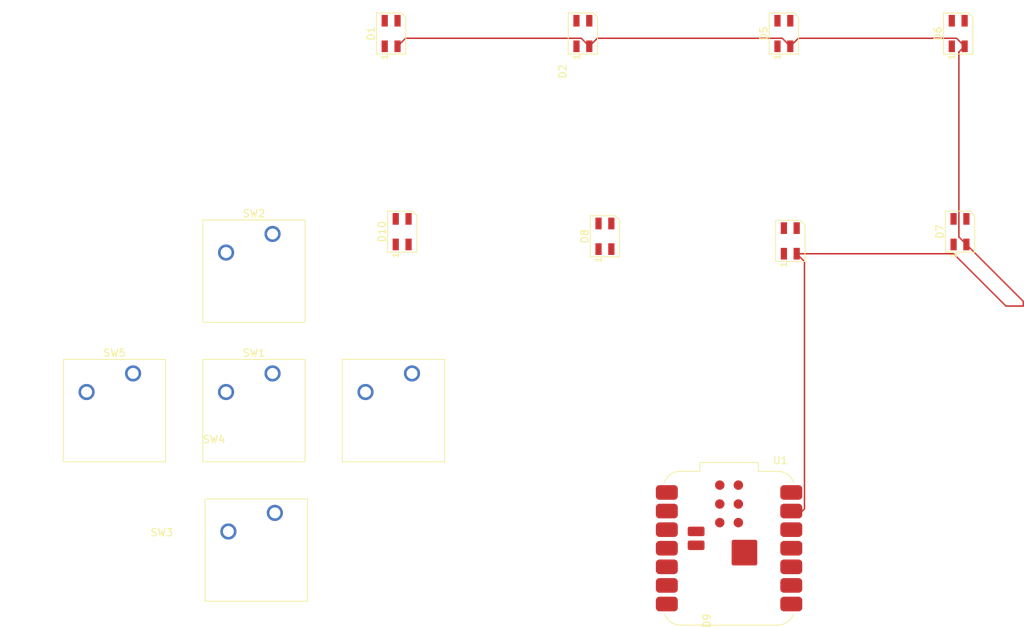
<source format=kicad_pcb>
(kicad_pcb (version 20241229) (generator "pcbnew") (generator_version "9.0")
  (layers (0 "F.Cu" signal) (2 "B.Cu" signal) (13 "F.Paste" user) (15 "B.Paste" user) (5 "F.SilkS" user "F.Silkscreen") (7 "B.SilkS" user "B.Silkscreen") (1 "F.Mask" user) (3 "B.Mask" user) (25 "Edge.Cuts" user))
  (net 0 "")
  (net 2 "Net-(D1-VDD)")
  (net 3 "GND")
  (net 4 "Net-(D1-DIN)")
  (net 5 "Net-(D2-DOUT)")
  (net 6 "Net-(D2-DIN)")
  (net 7 "Net-(D5-DOUT)")
  (net 8 "Net-(D6-DOUT)")
  (net 9 "Net-(D7-DOUT)")
  (net 10 "Net-(D8-DOUT)")
  (net 11 "Net-(D10-DIN)")
  (net 12 "+5V")
  (net 13 "Net-(U1-GPIO3{slash}MOSI)")
  (net 14 "Net-(U1-GPIO1{slash}RX)")
  (net 15 "Net-(U1-GPIO2{slash}SCK)")
  (net 16 "Net-(U1-GPIO0{slash}TX)")
  (net 17 "Net-(U1-GPIO4{slash}MISO)")
  (footprint "Button_Switch_Keyboard:SW_Cherry_MX_1.00u_PCB" (layer "F.Cu") (at 133.19125 73.50125)
    (property "Reference" "SW3" (at -34.185 21.726 0) (layer "F.SilkS"))
    (property "Value" "SW_Push")
    (fp_line (start -9.525 -1.905) (end 4.445 -1.905) (stroke (width 0.12)) (layer "F.SilkS"))
    (fp_line (start -9.525 12.065) (end -9.525 -1.905) (stroke (width 0.12)) (layer "F.SilkS"))
    (fp_line (start 4.445 -1.905) (end 4.445 12.065) (stroke (width 0.12)) (layer "F.SilkS"))
    (fp_line (start 4.445 12.065) (end -9.525 12.065) (stroke (width 0.12)) (layer "F.SilkS"))
    (pad "" np_thru_hole circle (at -7.62 5.08) (size 1.7 1.7) (drill 1.7) (layers "*.Cu" "*.Mask"))
    (pad "" np_thru_hole circle (at -2.54 5.08) (size 4 4) (drill 4) (layers "*.Cu" "*.Mask"))
    (pad "" np_thru_hole circle (at 2.54 5.08) (size 1.7 1.7) (drill 1.7) (layers "*.Cu" "*.Mask"))
    (pad "1" thru_hole circle (at 0 0) (size 2.2 2.2) (drill 1.5) (layers "*.Cu" "*.Mask") (net 3 "GND"))
    (pad "2" thru_hole circle (at -6.35 2.54) (size 2.2 2.2) (drill 1.5) (layers "*.Cu" "*.Mask") (net 15 "Net-(U1-GPIO2{slash}SCK)"))
  )
  (footprint "Button_Switch_Keyboard:SW_Cherry_MX_1.00u_PCB" (layer "F.Cu") (at 114.14125 54.45125)
    (property "Reference" "SW2" (at -2.54 -2.794 0) (layer "F.SilkS"))
    (property "Value" "SW_Push")
    (fp_line (start -9.525 -1.905) (end 4.445 -1.905) (stroke (width 0.12)) (layer "F.SilkS"))
    (fp_line (start -9.525 12.065) (end -9.525 -1.905) (stroke (width 0.12)) (layer "F.SilkS"))
    (fp_line (start 4.445 -1.905) (end 4.445 12.065) (stroke (width 0.12)) (layer "F.SilkS"))
    (fp_line (start 4.445 12.065) (end -9.525 12.065) (stroke (width 0.12)) (layer "F.SilkS"))
    (pad "" np_thru_hole circle (at -7.62 5.08) (size 1.7 1.7) (drill 1.7) (layers "*.Cu" "*.Mask"))
    (pad "" np_thru_hole circle (at -2.54 5.08) (size 4 4) (drill 4) (layers "*.Cu" "*.Mask"))
    (pad "" np_thru_hole circle (at 2.54 5.08) (size 1.7 1.7) (drill 1.7) (layers "*.Cu" "*.Mask"))
    (pad "1" thru_hole circle (at 0 0) (size 2.2 2.2) (drill 1.5) (layers "*.Cu" "*.Mask") (net 3 "GND"))
    (pad "2" thru_hole circle (at -6.35 2.54) (size 2.2 2.2) (drill 1.5) (layers "*.Cu" "*.Mask") (net 14 "Net-(U1-GPIO1{slash}RX)"))
  )
  (footprint "LED_SMD:LED_SK6812MINI_PLCC4_3.5x3.5mm_P1.75mm" (layer "F.Cu") (at 207.8 27.06875 90)
    (property "Reference" "D6" (at 0 -2.75 90) (layer "F.SilkS"))
    (property "Value" "SK6812MINI")
    (fp_line (start -2.8 -2) (end 2.8 -2) (stroke (width 0.12)) (layer "F.SilkS"))
    (fp_line (start -2.8 -2) (end -2.8 2) (stroke (width 0.12)) (layer "F.SilkS"))
    (fp_line (start 2.8 1.4) (end 2.8 -2) (stroke (width 0.12)) (layer "F.SilkS"))
    (fp_line (start 2.8 1.4) (end 2.2 2) (stroke (width 0.12)) (layer "F.SilkS"))
    (fp_line (start -2.8 2) (end 2.2 2) (stroke (width 0.12)) (layer "F.SilkS"))
    (fp_text user "1" (at -3.2 -0.875 90) (layer "F.SilkS") (effects (font (size 0.8 0.8))))
    (pad "1" smd rect (at -1.75 -0.875 90) (size 1.6 0.85) (layers "F.Cu" "F.Mask" "F.Paste") (net 8 "Net-(D6-DOUT)"))
    (pad "2" smd rect (at -1.75 0.875 90) (size 1.6 0.85) (layers "F.Cu" "F.Mask" "F.Paste") (net 3 "GND"))
    (pad "3" smd rect (at 1.75 0.875 90) (size 1.6 0.85) (layers "F.Cu" "F.Mask" "F.Paste") (net 7 "Net-(D5-DOUT)"))
    (pad "4" smd rect (at 1.75 -0.875 90) (size 1.6 0.85) (layers "F.Cu" "F.Mask" "F.Paste") (net 2 "Net-(D1-VDD)"))
  )
  (footprint "LED_SMD:LED_SK6812MINI_PLCC4_3.5x3.5mm_P1.75mm" (layer "F.Cu") (at 156.53125 27.06875 90)
    (property "Reference" "D2" (at -5.18625 -2.75 90) (layer "F.SilkS"))
    (property "Value" "SK6812MINI")
    (fp_line (start -2.8 -2) (end 2.8 -2) (stroke (width 0.12)) (layer "F.SilkS"))
    (fp_line (start -2.8 -2) (end -2.8 2) (stroke (width 0.12)) (layer "F.SilkS"))
    (fp_line (start 2.8 1.4) (end 2.8 -2) (stroke (width 0.12)) (layer "F.SilkS"))
    (fp_line (start 2.8 1.4) (end 2.2 2) (stroke (width 0.12)) (layer "F.SilkS"))
    (fp_line (start -2.8 2) (end 2.2 2) (stroke (width 0.12)) (layer "F.SilkS"))
    (fp_text user "1" (at -3.2 -0.875 90) (layer "F.SilkS") (effects (font (size 0.8 0.8))))
    (pad "1" smd rect (at -1.75 -0.875 90) (size 1.6 0.85) (layers "F.Cu" "F.Mask" "F.Paste") (net 5 "Net-(D2-DOUT)"))
    (pad "2" smd rect (at -1.75 0.875 90) (size 1.6 0.85) (layers "F.Cu" "F.Mask" "F.Paste") (net 3 "GND"))
    (pad "3" smd rect (at 1.75 0.875 90) (size 1.6 0.85) (layers "F.Cu" "F.Mask" "F.Paste") (net 6 "Net-(D2-DIN)"))
    (pad "4" smd rect (at 1.75 -0.875 90) (size 1.6 0.85) (layers "F.Cu" "F.Mask" "F.Paste") (net 2 "Net-(D1-VDD)"))
  )
  (footprint "LED_SMD:LED_SK6812MINI_PLCC4_3.5x3.5mm_P1.75mm" (layer "F.Cu") (at 131.84375 54.1375 90)
    (property "Reference" "D10" (at 0 -2.75 90) (layer "F.SilkS"))
    (property "Value" "SK6812MINI")
    (fp_line (start -2.8 -2) (end 2.8 -2) (stroke (width 0.12)) (layer "F.SilkS"))
    (fp_line (start -2.8 -2) (end -2.8 2) (stroke (width 0.12)) (layer "F.SilkS"))
    (fp_line (start 2.8 1.4) (end 2.8 -2) (stroke (width 0.12)) (layer "F.SilkS"))
    (fp_line (start 2.8 1.4) (end 2.2 2) (stroke (width 0.12)) (layer "F.SilkS"))
    (fp_line (start -2.8 2) (end 2.2 2) (stroke (width 0.12)) (layer "F.SilkS"))
    (fp_text user "1" (at -3.2 -0.875 90) (layer "F.SilkS") (effects (font (size 0.8 0.8))))
    (pad "1" smd rect (at -1.75 -0.875 90) (size 1.6 0.85) (layers "F.Cu" "F.Mask" "F.Paste") (net 4 "Net-(D1-DIN)"))
    (pad "2" smd rect (at -1.75 0.875 90) (size 1.6 0.85) (layers "F.Cu" "F.Mask" "F.Paste") (net 3 "GND"))
    (pad "3" smd rect (at 1.75 0.875 90) (size 1.6 0.85) (layers "F.Cu" "F.Mask" "F.Paste") (net 11 "Net-(D10-DIN)"))
    (pad "4" smd rect (at 1.75 -0.875 90) (size 1.6 0.85) (layers "F.Cu" "F.Mask" "F.Paste") (net 12 "+5V"))
  )
  (footprint "LED_SMD:LED_SK6812MINI_PLCC4_3.5x3.5mm_P1.75mm" (layer "F.Cu") (at 184.8625 55.4 90)
    (property "Reference" "D9" (at -51.9 -11.4 90) (layer "F.SilkS"))
    (property "Value" "SK6812MINI")
    (fp_line (start -2.8 -2) (end 2.8 -2) (stroke (width 0.12)) (layer "F.SilkS"))
    (fp_line (start -2.8 -2) (end -2.8 2) (stroke (width 0.12)) (layer "F.SilkS"))
    (fp_line (start 2.8 1.4) (end 2.8 -2) (stroke (width 0.12)) (layer "F.SilkS"))
    (fp_line (start 2.8 1.4) (end 2.2 2) (stroke (width 0.12)) (layer "F.SilkS"))
    (fp_line (start -2.8 2) (end 2.2 2) (stroke (width 0.12)) (layer "F.SilkS"))
    (fp_text user "1" (at -3.2 -0.875 90) (layer "F.SilkS") (effects (font (size 0.8 0.8))))
    (pad "1" smd rect (at -1.75 -0.875 90) (size 1.6 0.85) (layers "F.Cu" "F.Mask" "F.Paste") (net 11 "Net-(D10-DIN)"))
    (pad "2" smd rect (at -1.75 0.875 90) (size 1.6 0.85) (layers "F.Cu" "F.Mask" "F.Paste") (net 3 "GND"))
    (pad "3" smd rect (at 1.75 0.875 90) (size 1.6 0.85) (layers "F.Cu" "F.Mask" "F.Paste") (net 10 "Net-(D8-DOUT)"))
    (pad "4" smd rect (at 1.75 -0.875 90) (size 1.6 0.85) (layers "F.Cu" "F.Mask" "F.Paste") (net 12 "+5V"))
  )
  (footprint "Button_Switch_Keyboard:SW_Cherry_MX_1.00u_PCB" (layer "F.Cu") (at 114.45875 92.55125)
    (property "Reference" "SW4" (at -8.30875 -10.03275 0) (layer "F.SilkS"))
    (property "Value" "SW_Push")
    (fp_line (start -9.525 -1.905) (end 4.445 -1.905) (stroke (width 0.12)) (layer "F.SilkS"))
    (fp_line (start -9.525 12.065) (end -9.525 -1.905) (stroke (width 0.12)) (layer "F.SilkS"))
    (fp_line (start 4.445 -1.905) (end 4.445 12.065) (stroke (width 0.12)) (layer "F.SilkS"))
    (fp_line (start 4.445 12.065) (end -9.525 12.065) (stroke (width 0.12)) (layer "F.SilkS"))
    (pad "" np_thru_hole circle (at -7.62 5.08) (size 1.7 1.7) (drill 1.7) (layers "*.Cu" "*.Mask"))
    (pad "" np_thru_hole circle (at -2.54 5.08) (size 4 4) (drill 4) (layers "*.Cu" "*.Mask"))
    (pad "" np_thru_hole circle (at 2.54 5.08) (size 1.7 1.7) (drill 1.7) (layers "*.Cu" "*.Mask"))
    (pad "1" thru_hole circle (at 0 0) (size 2.2 2.2) (drill 1.5) (layers "*.Cu" "*.Mask") (net 3 "GND"))
    (pad "2" thru_hole circle (at -6.35 2.54) (size 2.2 2.2) (drill 1.5) (layers "*.Cu" "*.Mask") (net 16 "Net-(U1-GPIO0{slash}TX)"))
  )
  (footprint "LED_SMD:LED_SK6812MINI_PLCC4_3.5x3.5mm_P1.75mm" (layer "F.Cu") (at 208.04375 54.1375 90)
    (property "Reference" "D7" (at 0 -2.75 90) (layer "F.SilkS"))
    (property "Value" "SK6812MINI")
    (fp_line (start -2.8 -2) (end 2.8 -2) (stroke (width 0.12)) (layer "F.SilkS"))
    (fp_line (start -2.8 -2) (end -2.8 2) (stroke (width 0.12)) (layer "F.SilkS"))
    (fp_line (start 2.8 1.4) (end 2.8 -2) (stroke (width 0.12)) (layer "F.SilkS"))
    (fp_line (start 2.8 1.4) (end 2.2 2) (stroke (width 0.12)) (layer "F.SilkS"))
    (fp_line (start -2.8 2) (end 2.2 2) (stroke (width 0.12)) (layer "F.SilkS"))
    (fp_text user "1" (at -3.2 -0.875 90) (layer "F.SilkS") (effects (font (size 0.8 0.8))))
    (pad "1" smd rect (at -1.75 -0.875 90) (size 1.6 0.85) (layers "F.Cu" "F.Mask" "F.Paste") (net 9 "Net-(D7-DOUT)"))
    (pad "2" smd rect (at -1.75 0.875 90) (size 1.6 0.85) (layers "F.Cu" "F.Mask" "F.Paste") (net 3 "GND"))
    (pad "3" smd rect (at 1.75 0.875 90) (size 1.6 0.85) (layers "F.Cu" "F.Mask" "F.Paste") (net 8 "Net-(D6-DOUT)"))
    (pad "4" smd rect (at 1.75 -0.875 90) (size 1.6 0.85) (layers "F.Cu" "F.Mask" "F.Paste") (net 2 "Net-(D1-VDD)"))
  )
  (footprint "Button_Switch_Keyboard:SW_Cherry_MX_1.00u_PCB" (layer "F.Cu") (at 95.09125 73.50125)
    (property "Reference" "SW5" (at -2.54 -2.794 0) (layer "F.SilkS"))
    (property "Value" "SW_Push")
    (fp_line (start -9.525 -1.905) (end 4.445 -1.905) (stroke (width 0.12)) (layer "F.SilkS"))
    (fp_line (start -9.525 12.065) (end -9.525 -1.905) (stroke (width 0.12)) (layer "F.SilkS"))
    (fp_line (start 4.445 -1.905) (end 4.445 12.065) (stroke (width 0.12)) (layer "F.SilkS"))
    (fp_line (start 4.445 12.065) (end -9.525 12.065) (stroke (width 0.12)) (layer "F.SilkS"))
    (pad "" np_thru_hole circle (at -7.62 5.08) (size 1.7 1.7) (drill 1.7) (layers "*.Cu" "*.Mask"))
    (pad "" np_thru_hole circle (at -2.54 5.08) (size 4 4) (drill 4) (layers "*.Cu" "*.Mask"))
    (pad "" np_thru_hole circle (at 2.54 5.08) (size 1.7 1.7) (drill 1.7) (layers "*.Cu" "*.Mask"))
    (pad "1" thru_hole circle (at 0 0) (size 2.2 2.2) (drill 1.5) (layers "*.Cu" "*.Mask") (net 3 "GND"))
    (pad "2" thru_hole circle (at -6.35 2.54) (size 2.2 2.2) (drill 1.5) (layers "*.Cu" "*.Mask") (net 17 "Net-(U1-GPIO4{slash}MISO)"))
  )
  (footprint "LED_SMD:LED_SK6812MINI_PLCC4_3.5x3.5mm_P1.75mm" (layer "F.Cu") (at 159.54375 54.76875 90)
    (property "Reference" "D8" (at 0 -2.75 90) (layer "F.SilkS"))
    (property "Value" "SK6812MINI")
    (fp_line (start -2.8 -2) (end 2.8 -2) (stroke (width 0.12)) (layer "F.SilkS"))
    (fp_line (start -2.8 -2) (end -2.8 2) (stroke (width 0.12)) (layer "F.SilkS"))
    (fp_line (start 2.8 1.4) (end 2.8 -2) (stroke (width 0.12)) (layer "F.SilkS"))
    (fp_line (start 2.8 1.4) (end 2.2 2) (stroke (width 0.12)) (layer "F.SilkS"))
    (fp_line (start -2.8 2) (end 2.2 2) (stroke (width 0.12)) (layer "F.SilkS"))
    (fp_text user "1" (at -3.2 -0.875 90) (layer "F.SilkS") (effects (font (size 0.8 0.8))))
    (pad "1" smd rect (at -1.75 -0.875 90) (size 1.6 0.85) (layers "F.Cu" "F.Mask" "F.Paste") (net 10 "Net-(D8-DOUT)"))
    (pad "2" smd rect (at -1.75 0.875 90) (size 1.6 0.85) (layers "F.Cu" "F.Mask" "F.Paste") (net 3 "GND"))
    (pad "3" smd rect (at 1.75 0.875 90) (size 1.6 0.85) (layers "F.Cu" "F.Mask" "F.Paste") (net 9 "Net-(D7-DOUT)"))
    (pad "4" smd rect (at 1.75 -0.875 90) (size 1.6 0.85) (layers "F.Cu" "F.Mask" "F.Paste") (net 2 "Net-(D1-VDD)"))
  )
  (footprint "RF_Module:MCU_Seeed_ESP32C3" (layer "F.Cu") (at 176.5 97.38)
    (property "Reference" "U1" (at 7 -12 0) (layer "F.SilkS"))
    (property "Value" "XIAO-RP2040-DIP")
    (fp_line (start -6.7 10.5) (end 6.7 10.5) (stroke (width 0.12)) (layer "F.SilkS"))
    (fp_line (start -4 -11.7) (end 4 -11.7) (stroke (width 0.12)) (layer "F.SilkS"))
    (fp_line (start -4 -10.5) (end -6.6 -10.5) (stroke (width 0.12)) (layer "F.SilkS"))
    (fp_line (start -4 -10.5) (end -4 -11.7) (stroke (width 0.12)) (layer "F.SilkS"))
    (fp_line (start 4 -11.7) (end 4 -10.5) (stroke (width 0.12)) (layer "F.SilkS"))
    (fp_line (start 6.6 -10.5) (end 4 -10.5) (stroke (width 0.12)) (layer "F.SilkS"))
    (fp_arc (start -8.812892 -9.00468) (mid -7.949609 -10.111769) (end -6.600468 -10.499999) (stroke (width 0.12)) (layer "F.SilkS"))
    (fp_arc (start -6.7 10.5) (mid -7.977232 10.068125) (end -8.8 9) (stroke (width 0.12)) (layer "F.SilkS"))
    (fp_arc (start 6.6 -10.499999) (mid 7.944325 -10.107116) (end 8.804034 -9.001464) (stroke (width 0.12)) (layer "F.SilkS"))
    (fp_arc (start 8.8 9) (mid 7.977232 10.068125) (end 6.7 10.5) (stroke (width 0.12)) (layer "F.SilkS"))
    (pad "1" smd roundrect (at -8.5 -7.62) (size 3 2) (layers "F.Cu" "F.Mask" "F.Paste"))
    (pad "2" smd roundrect (at -8.5 -5.08) (size 3 2) (layers "F.Cu" "F.Mask" "F.Paste"))
    (pad "3" smd roundrect (at -8.5 -2.54) (size 3 2) (layers "F.Cu" "F.Mask" "F.Paste"))
    (pad "4" smd roundrect (at -8.5 0) (size 3 2) (layers "F.Cu" "F.Mask" "F.Paste"))
    (pad "5" smd roundrect (at -8.5 2.54) (size 3 2) (layers "F.Cu" "F.Mask" "F.Paste") (net 6 "Net-(D2-DIN)"))
    (pad "6" smd roundrect (at -8.5 5.08) (size 3 2) (layers "F.Cu" "F.Mask" "F.Paste"))
    (pad "7" smd roundrect (at -8.5 7.62) (size 3 2) (layers "F.Cu" "F.Mask" "F.Paste") (net 16 "Net-(U1-GPIO0{slash}TX)"))
    (pad "8" smd roundrect (at 8.5 7.62) (size 3 2) (layers "F.Cu" "F.Mask" "F.Paste") (net 14 "Net-(U1-GPIO1{slash}RX)"))
    (pad "9" smd roundrect (at 8.5 5.08) (size 3 2) (layers "F.Cu" "F.Mask" "F.Paste") (net 15 "Net-(U1-GPIO2{slash}SCK)"))
    (pad "10" smd roundrect (at 8.5 2.54) (size 3 2) (layers "F.Cu" "F.Mask" "F.Paste") (net 17 "Net-(U1-GPIO4{slash}MISO)"))
    (pad "11" smd roundrect (at 8.5 0) (size 3 2) (layers "F.Cu" "F.Mask" "F.Paste") (net 13 "Net-(U1-GPIO3{slash}MOSI)"))
    (pad "12" smd roundrect (at 8.5 -2.54) (size 3 2) (layers "F.Cu" "F.Mask" "F.Paste"))
    (pad "13" smd roundrect (at 8.5 -5.08) (size 3 2) (layers "F.Cu" "F.Mask" "F.Paste") (net 3 "GND"))
    (pad "14" smd roundrect (at 8.5 -7.62) (size 3 2) (layers "F.Cu" "F.Mask" "F.Paste") (net 12 "+5V"))
    (pad "15" smd roundrect (at 2.1 0.6) (size 3.5 3.5) (property pad_prop_heatsink) (layers "F.Cu" "F.Mask") (roundrect_rratio 0.07142857143))
    (pad "16" smd roundrect (at -4.5 -0.4) (size 2.3 1.3) (layers "F.Cu" "F.Mask" "F.Paste") (roundrect_rratio 0.1923076923))
    (pad "17" smd roundrect (at -4.5 -2.3) (size 2.3 1.3) (layers "F.Cu" "F.Mask" "F.Paste") (roundrect_rratio 0.1923076923))
    (pad "18" smd circle (at -1.27 -8.62) (size 1.3 1.3) (layers "F.Cu" "F.Mask" "F.Paste"))
    (pad "19" smd circle (at -1.27 -6.04) (size 1.3 1.3) (layers "F.Cu" "F.Mask" "F.Paste"))
    (pad "20" smd circle (at -1.27 -3.5) (size 1.3 1.3) (layers "F.Cu" "F.Mask" "F.Paste"))
    (pad "21" smd circle (at 1.27 -3.5) (size 1.3 1.3) (layers "F.Cu" "F.Mask" "F.Paste"))
    (pad "22" smd circle (at 1.27 -6.04) (size 1.3 1.3) (layers "F.Cu" "F.Mask" "F.Paste"))
    (pad "23" smd circle (at 1.27 -8.62) (size 1.3 1.3) (layers "F.Cu" "F.Mask" "F.Paste"))
  )
  (footprint "LED_SMD:LED_SK6812MINI_PLCC4_3.5x3.5mm_P1.75mm" (layer "F.Cu") (at 130.3375 27.06875 90)
    (property "Reference" "D1" (at 0 -2.75 90) (layer "F.SilkS"))
    (property "Value" "SK6812MINI")
    (fp_line (start -2.8 -2) (end 2.8 -2) (stroke (width 0.12)) (layer "F.SilkS"))
    (fp_line (start -2.8 -2) (end -2.8 2) (stroke (width 0.12)) (layer "F.SilkS"))
    (fp_line (start 2.8 1.4) (end 2.8 -2) (stroke (width 0.12)) (layer "F.SilkS"))
    (fp_line (start 2.8 1.4) (end 2.2 2) (stroke (width 0.12)) (layer "F.SilkS"))
    (fp_line (start -2.8 2) (end 2.2 2) (stroke (width 0.12)) (layer "F.SilkS"))
    (fp_text user "1" (at -3.2 -0.875 90) (layer "F.SilkS") (effects (font (size 0.8 0.8))))
    (pad "1" smd rect (at -1.75 -0.875 90) (size 1.6 0.85) (layers "F.Cu" "F.Mask" "F.Paste"))
    (pad "2" smd rect (at -1.75 0.875 90) (size 1.6 0.85) (layers "F.Cu" "F.Mask" "F.Paste") (net 3 "GND"))
    (pad "3" smd rect (at 1.75 0.875 90) (size 1.6 0.85) (layers "F.Cu" "F.Mask" "F.Paste") (net 4 "Net-(D1-DIN)"))
    (pad "4" smd rect (at 1.75 -0.875 90) (size 1.6 0.85) (layers "F.Cu" "F.Mask" "F.Paste") (net 2 "Net-(D1-VDD)"))
  )
  (footprint "Button_Switch_Keyboard:SW_Cherry_MX_1.00u_PCB" (layer "F.Cu") (at 114.14125 73.50125)
    (property "Reference" "SW1" (at -2.54 -2.794 0) (layer "F.SilkS"))
    (property "Value" "SW_Push")
    (fp_line (start -9.525 -1.905) (end 4.445 -1.905) (stroke (width 0.12)) (layer "F.SilkS"))
    (fp_line (start -9.525 12.065) (end -9.525 -1.905) (stroke (width 0.12)) (layer "F.SilkS"))
    (fp_line (start 4.445 -1.905) (end 4.445 12.065) (stroke (width 0.12)) (layer "F.SilkS"))
    (fp_line (start 4.445 12.065) (end -9.525 12.065) (stroke (width 0.12)) (layer "F.SilkS"))
    (pad "" np_thru_hole circle (at -7.62 5.08) (size 1.7 1.7) (drill 1.7) (layers "*.Cu" "*.Mask"))
    (pad "" np_thru_hole circle (at -2.54 5.08) (size 4 4) (drill 4) (layers "*.Cu" "*.Mask"))
    (pad "" np_thru_hole circle (at 2.54 5.08) (size 1.7 1.7) (drill 1.7) (layers "*.Cu" "*.Mask"))
    (pad "1" thru_hole circle (at 0 0) (size 2.2 2.2) (drill 1.5) (layers "*.Cu" "*.Mask") (net 3 "GND"))
    (pad "2" thru_hole circle (at -6.35 2.54) (size 2.2 2.2) (drill 1.5) (layers "*.Cu" "*.Mask") (net 13 "Net-(U1-GPIO3{slash}MOSI)"))
  )
  (footprint "LED_SMD:LED_SK6812MINI_PLCC4_3.5x3.5mm_P1.75mm" (layer "F.Cu") (at 183.9875 27.06875 90)
    (property "Reference" "D5" (at 0 -2.75 90) (layer "F.SilkS"))
    (property "Value" "SK6812MINI")
    (fp_line (start -2.8 -2) (end 2.8 -2) (stroke (width 0.12)) (layer "F.SilkS"))
    (fp_line (start -2.8 -2) (end -2.8 2) (stroke (width 0.12)) (layer "F.SilkS"))
    (fp_line (start 2.8 1.4) (end 2.8 -2) (stroke (width 0.12)) (layer "F.SilkS"))
    (fp_line (start 2.8 1.4) (end 2.2 2) (stroke (width 0.12)) (layer "F.SilkS"))
    (fp_line (start -2.8 2) (end 2.2 2) (stroke (width 0.12)) (layer "F.SilkS"))
    (fp_text user "1" (at -3.2 -0.875 90) (layer "F.SilkS") (effects (font (size 0.8 0.8))))
    (pad "1" smd rect (at -1.75 -0.875 90) (size 1.6 0.85) (layers "F.Cu" "F.Mask" "F.Paste") (net 7 "Net-(D5-DOUT)"))
    (pad "2" smd rect (at -1.75 0.875 90) (size 1.6 0.85) (layers "F.Cu" "F.Mask" "F.Paste") (net 3 "GND"))
    (pad "3" smd rect (at 1.75 0.875 90) (size 1.6 0.85) (layers "F.Cu" "F.Mask" "F.Paste") (net 5 "Net-(D2-DOUT)"))
    (pad "4" smd rect (at 1.75 -0.875 90) (size 1.6 0.85) (layers "F.Cu" "F.Mask" "F.Paste") (net 2 "Net-(D1-VDD)"))
  )
  (segment (start 186.801 58.2135) (end 186.801 91.999) (width 0.2) (layer "F.Cu") (net 3))
  (segment (start 131.2125 28.81875) (end 132.3135 27.71775) (width 0.2) (layer "F.Cu") (net 3))
  (segment (start 216.69375 64.29375) (end 214.3125 64.29375) (width 0.2) (layer "F.Cu") (net 3))
  (segment (start 183.7615 27.71775) (end 184.8625 28.81875) (width 0.2) (layer "F.Cu") (net 3))
  (segment (start 158.50725 27.71775) (end 183.7615 27.71775) (width 0.2) (layer "F.Cu") (net 3))
  (segment (start 185.7375 57.15) (end 186.801 58.2135) (width 0.2) (layer "F.Cu") (net 3))
  (segment (start 132.3135 27.71775) (end 156.30525 27.71775) (width 0.2) (layer "F.Cu") (net 3))
  (segment (start 186.5 92.3) (end 185 92.3) (width 0.2) (layer "F.Cu") (net 3))
  (segment (start 216.69375 63.6625) (end 216.69375 64.29375) (width 0.2) (layer "F.Cu") (net 3))
  (segment (start 186.801 91.999) (end 186.5 92.3) (width 0.2) (layer "F.Cu") (net 3))
  (segment (start 156.30525 27.71775) (end 157.40625 28.81875) (width 0.2) (layer "F.Cu") (net 3))
  (segment (start 207.16875 57.15) (end 185.7375 57.15) (width 0.2) (layer "F.Cu") (net 3))
  (segment (start 208.91875 55.8875) (end 216.69375 63.6625) (width 0.2) (layer "F.Cu") (net 3))
  (segment (start 157.40625 28.81875) (end 158.50725 27.71775) (width 0.2) (layer "F.Cu") (net 3))
  (segment (start 207.574 27.71775) (end 208.675 28.81875) (width 0.2) (layer "F.Cu") (net 3))
  (segment (start 185.9635 27.71775) (end 207.574 27.71775) (width 0.2) (layer "F.Cu") (net 3))
  (segment (start 184.8625 28.81875) (end 185.9635 27.71775) (width 0.2) (layer "F.Cu") (net 3))
  (segment (start 208.675 28.81875) (end 207.89475 29.599) (width 0.2) (layer "F.Cu") (net 3))
  (segment (start 214.3125 64.29375) (end 207.16875 57.15) (width 0.2) (layer "F.Cu") (net 3))
  (segment (start 207.89475 29.599) (end 207.89475 54.8635) (width 0.2) (layer "F.Cu") (net 3))
  (segment (start 207.89475 54.8635) (end 208.91875 55.8875) (width 0.2) (layer "F.Cu") (net 3))
)
</source>
